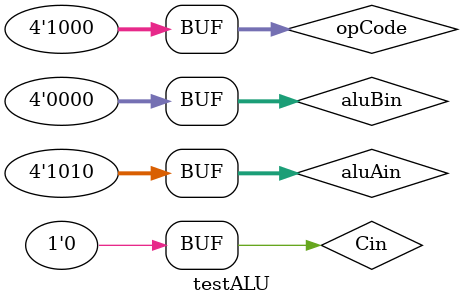
<source format=v>
`timescale 1ns/1ps
module testALU();
	reg [3:0] aluAin, aluBin, opCode;
	reg Cin; 
	
	wire [3:0] aluOut;
	wire Cout, OF;

	ALU alu1(aluAin, aluBin, opCode, Cin, aluOut, Cout, OF);
	
	//OPCODE REFERENCE
	//0001 Add w/ Cin
	//0010 Add no Cin
	//0011 Sub B from A
	//0100 Bitwise AND A, B
	//0101 Bitwise NOR A, B
	//0110 Bitwise XNOR A, B
	//0111 Bitwise NOT ~A
	//1000 Logical Shift Right A
	
	//notes for self:
	//Cout and OF don't seem to work!!
	//i think it might be a linking error from the thing to the thing hm 
	//subtract doesn't output either, something lost, similar to above. Will investigate herm
	//Logical shift is good! (surprisingly o3o)
	
	initial begin
			aluAin = 4'b0011; aluBin = 4'b0011; Cin = 1'b0; opCode = 4'b0010; #10; //Add no Cin
			aluAin = 4'b0110; aluBin = 4'b1001; Cin = 1'b1; opCode = 4'b0001; #10; //Add w Cin //result 4'b0 w/ OF
			aluAin = 4'b0111; aluBin = 4'b0110; Cin = 1'b0; opCode = 4'b0011; #10; //Sub B from A
			aluAin = 4'b0111; aluBin = 4'b1010; Cin = 1'b0; opCode = 4'b0100; #10; //Bitwise AND
			aluAin = 4'b0111; aluBin = 4'b0011; Cin = 1'b0; opCode = 4'b0101; #10; //Bitwise NOR
			aluAin = 4'b0101; aluBin = 4'b1110; Cin = 1'b0; opCode = 4'b0110; #10; //Bitwise XNOR
			aluAin = 4'b1011; aluBin = 4'b0000; Cin = 1'b0; opCode = 4'b0111; #10; //Bitwise NOT
			aluAin = 4'b1010; aluBin = 4'b0000; Cin = 1'b0; opCode = 4'b1000; #10; //Logical Shift Right
	end
endmodule 
</source>
